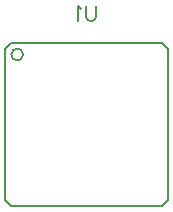
<source format=gbr>
G04 DipTrace 3.3.1.3*
G04 BottomSilk.gbr*
%MOMM*%
G04 #@! TF.FileFunction,Legend,Bot*
G04 #@! TF.Part,Single*
%ADD13C,0.2032*%
%ADD70C,0.19608*%
%FSLAX35Y35*%
G04*
G71*
G90*
G75*
G01*
G04 BotSilk*
%LPD*%
X3065036Y2984036D2*
D13*
Y1703960D1*
X3015036Y1653960D2*
X1734960D1*
X1684960Y1703960D2*
Y2984036D1*
X1734960Y3034036D1*
X3015036D1*
X1684960Y1703960D2*
X1734960Y1653960D1*
X3065036Y1703960D2*
X3015036Y1653960D1*
X3065036Y2984036D2*
X3015036Y3034036D1*
X1734960Y2934035D2*
G02X1734960Y2934035I50000J0D01*
G01*
X2452374Y3346985D2*
D70*
Y3255875D1*
X2446338Y3237625D1*
X2434124Y3225552D1*
X2415874Y3219375D1*
X2403801D1*
X2385551Y3225552D1*
X2373338Y3237625D1*
X2367301Y3255875D1*
Y3346985D1*
X2328085Y3322558D2*
X2315872Y3328735D1*
X2297622Y3346844D1*
Y3219375D1*
M02*

</source>
